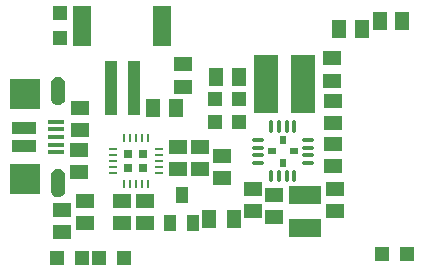
<source format=gbr>
G04 EAGLE Gerber RS-274X export*
G75*
%MOMM*%
%FSLAX34Y34*%
%LPD*%
%INSolderpaste Top*%
%IPPOS*%
%AMOC8*
5,1,8,0,0,1.08239X$1,22.5*%
G01*
%ADD10C,0.350000*%
%ADD11R,0.600000X0.700000*%
%ADD12R,0.700000X0.600000*%
%ADD13R,2.000000X5.000000*%
%ADD14R,1.300000X1.500000*%
%ADD15R,1.000000X4.600000*%
%ADD16R,1.600000X3.400000*%
%ADD17R,1.500000X1.300000*%
%ADD18R,1.200000X1.200000*%
%ADD19R,1.200000X1.500000*%
%ADD20R,1.200000X1.300000*%
%ADD21R,1.000000X1.400000*%
%ADD22R,2.700000X1.600000*%
%ADD23R,1.350000X0.400000*%
%ADD24R,2.000000X1.000000*%
%ADD25R,2.500000X2.500000*%
%ADD26R,0.280000X0.730000*%
%ADD27R,0.730000X0.280000*%
%ADD28R,0.750000X0.750000*%

G36*
X52278Y141173D02*
X52278Y141173D01*
X53552Y141373D01*
X53599Y141390D01*
X53689Y141411D01*
X54885Y141889D01*
X54928Y141916D01*
X55011Y141956D01*
X56071Y142688D01*
X56107Y142724D01*
X56178Y142782D01*
X57049Y143732D01*
X57076Y143774D01*
X57133Y143847D01*
X57770Y144967D01*
X57787Y145014D01*
X57826Y145097D01*
X58199Y146331D01*
X58204Y146381D01*
X58224Y146471D01*
X58313Y147756D01*
X58311Y147776D01*
X58314Y147800D01*
X58314Y158800D01*
X58312Y158815D01*
X58313Y158835D01*
X58252Y159961D01*
X58241Y160008D01*
X58233Y160084D01*
X57952Y161177D01*
X57932Y161221D01*
X57910Y161294D01*
X57422Y162311D01*
X57394Y162350D01*
X57357Y162417D01*
X56680Y163320D01*
X56645Y163353D01*
X56596Y163411D01*
X55756Y164164D01*
X55715Y164190D01*
X55655Y164238D01*
X54684Y164812D01*
X54639Y164829D01*
X54572Y164865D01*
X53507Y165239D01*
X53460Y165247D01*
X53387Y165269D01*
X52270Y165428D01*
X52242Y165427D01*
X52090Y165428D01*
X50974Y165269D01*
X50928Y165254D01*
X50853Y165239D01*
X49788Y164865D01*
X49746Y164841D01*
X49676Y164812D01*
X48705Y164238D01*
X48668Y164206D01*
X48604Y164164D01*
X47764Y163411D01*
X47735Y163374D01*
X47680Y163320D01*
X47003Y162417D01*
X46981Y162374D01*
X46938Y162311D01*
X46450Y161294D01*
X46437Y161247D01*
X46408Y161177D01*
X46127Y160084D01*
X46124Y160036D01*
X46108Y159961D01*
X46047Y158835D01*
X46049Y158819D01*
X46046Y158800D01*
X46046Y147800D01*
X46049Y147785D01*
X46047Y147765D01*
X46108Y146639D01*
X46120Y146592D01*
X46127Y146516D01*
X46408Y145423D01*
X46428Y145379D01*
X46450Y145306D01*
X46938Y144289D01*
X46967Y144250D01*
X47003Y144183D01*
X47680Y143280D01*
X47715Y143247D01*
X47764Y143189D01*
X48604Y142436D01*
X48645Y142410D01*
X48705Y142362D01*
X49676Y141788D01*
X49721Y141771D01*
X49788Y141735D01*
X50853Y141361D01*
X50900Y141353D01*
X50974Y141331D01*
X52090Y141172D01*
X52091Y141172D01*
X52278Y141173D01*
G37*
G36*
X52278Y63173D02*
X52278Y63173D01*
X53552Y63373D01*
X53599Y63390D01*
X53689Y63411D01*
X54885Y63889D01*
X54928Y63916D01*
X55011Y63956D01*
X56071Y64688D01*
X56107Y64724D01*
X56178Y64782D01*
X57049Y65732D01*
X57076Y65774D01*
X57133Y65847D01*
X57770Y66967D01*
X57787Y67014D01*
X57826Y67097D01*
X58199Y68331D01*
X58204Y68381D01*
X58224Y68471D01*
X58313Y69756D01*
X58311Y69776D01*
X58314Y69800D01*
X58314Y80800D01*
X58312Y80815D01*
X58313Y80835D01*
X58252Y81961D01*
X58241Y82008D01*
X58233Y82084D01*
X57952Y83177D01*
X57932Y83221D01*
X57910Y83294D01*
X57422Y84311D01*
X57394Y84350D01*
X57357Y84417D01*
X56680Y85320D01*
X56645Y85353D01*
X56596Y85411D01*
X55756Y86164D01*
X55715Y86190D01*
X55655Y86238D01*
X54684Y86812D01*
X54639Y86829D01*
X54572Y86865D01*
X53507Y87239D01*
X53460Y87247D01*
X53387Y87269D01*
X52270Y87428D01*
X52242Y87427D01*
X52090Y87428D01*
X50974Y87269D01*
X50928Y87254D01*
X50853Y87239D01*
X49788Y86865D01*
X49746Y86841D01*
X49676Y86812D01*
X48705Y86238D01*
X48668Y86206D01*
X48604Y86164D01*
X47764Y85411D01*
X47735Y85374D01*
X47680Y85320D01*
X47003Y84417D01*
X46981Y84374D01*
X46938Y84311D01*
X46450Y83294D01*
X46437Y83247D01*
X46408Y83177D01*
X46127Y82084D01*
X46124Y82036D01*
X46108Y81961D01*
X46047Y80835D01*
X46049Y80819D01*
X46046Y80800D01*
X46046Y69800D01*
X46049Y69785D01*
X46047Y69765D01*
X46108Y68639D01*
X46120Y68592D01*
X46127Y68516D01*
X46408Y67423D01*
X46428Y67379D01*
X46450Y67306D01*
X46938Y66289D01*
X46967Y66250D01*
X47003Y66183D01*
X47680Y65280D01*
X47715Y65247D01*
X47764Y65189D01*
X48604Y64436D01*
X48645Y64410D01*
X48705Y64362D01*
X49676Y63788D01*
X49721Y63771D01*
X49788Y63735D01*
X50853Y63361D01*
X50900Y63353D01*
X50974Y63331D01*
X52090Y63172D01*
X52091Y63172D01*
X52278Y63173D01*
G37*
D10*
X267210Y92310D02*
X260210Y92310D01*
X260210Y98810D02*
X267210Y98810D01*
X267210Y105310D02*
X260210Y105310D01*
X260210Y111810D02*
X267210Y111810D01*
X252460Y119560D02*
X252460Y126560D01*
X245960Y126560D02*
X245960Y119560D01*
X239460Y119560D02*
X239460Y126560D01*
X232960Y126560D02*
X232960Y119560D01*
X225210Y111810D02*
X218210Y111810D01*
X218210Y105310D02*
X225210Y105310D01*
X225210Y98810D02*
X218210Y98810D01*
X218210Y92310D02*
X225210Y92310D01*
X232960Y84560D02*
X232960Y77560D01*
X239460Y77560D02*
X239460Y84560D01*
X245960Y84560D02*
X245960Y77560D01*
X252460Y77560D02*
X252460Y84560D01*
D11*
X242710Y92560D03*
X242710Y111560D03*
D12*
X252210Y102060D03*
X233210Y102060D03*
D13*
X228020Y159040D03*
X260020Y159040D03*
D14*
X205080Y165100D03*
X186080Y165100D03*
D15*
X96680Y156040D03*
X116680Y156040D03*
D16*
X72680Y208040D03*
X140680Y208040D03*
D17*
X284480Y180950D03*
X284480Y161950D03*
X284980Y108570D03*
X284980Y89570D03*
X284800Y125730D03*
X284800Y144730D03*
D14*
X309220Y205740D03*
X290220Y205740D03*
X324510Y212090D03*
X343510Y212090D03*
D18*
X54290Y219110D03*
X54290Y198110D03*
D17*
X158430Y175730D03*
X158430Y156730D03*
D18*
X347730Y15560D03*
X326730Y15560D03*
D17*
X287020Y70460D03*
X287020Y51460D03*
X191440Y79390D03*
X191440Y98390D03*
D19*
X180000Y44450D03*
X201000Y44450D03*
D17*
X234950Y65380D03*
X234950Y46380D03*
X217170Y51460D03*
X217170Y70460D03*
D20*
X185420Y127000D03*
X205740Y127000D03*
X205740Y146050D03*
X185420Y146050D03*
D21*
X156972Y65340D03*
X166472Y41340D03*
X147472Y41340D03*
D22*
X261620Y64800D03*
X261620Y36800D03*
D17*
X153670Y106020D03*
X153670Y87020D03*
X172720Y106020D03*
X172720Y87020D03*
D18*
X51730Y11430D03*
X72730Y11430D03*
X108290Y11430D03*
X87290Y11430D03*
D17*
X74930Y60300D03*
X74930Y41300D03*
X55880Y52680D03*
X55880Y33680D03*
D14*
X132740Y138430D03*
X151740Y138430D03*
D17*
X71120Y120040D03*
X71120Y139040D03*
X125730Y41300D03*
X125730Y60300D03*
X106680Y41300D03*
X106680Y60300D03*
D23*
X50930Y127300D03*
X50930Y120800D03*
X50930Y114300D03*
X50930Y107800D03*
X50930Y101300D03*
D24*
X23180Y121800D03*
X23180Y106800D03*
D25*
X24180Y150300D03*
X24180Y78300D03*
D17*
X69850Y84480D03*
X69850Y103480D03*
D26*
X128110Y113630D03*
X123110Y113630D03*
X118110Y113630D03*
X113110Y113630D03*
X108110Y113630D03*
D27*
X98460Y103980D03*
X98460Y98980D03*
X98460Y93980D03*
X98460Y88980D03*
X98460Y83980D03*
D26*
X108110Y74330D03*
X113110Y74330D03*
X118110Y74330D03*
X123110Y74330D03*
X128110Y74330D03*
D27*
X137760Y83980D03*
X137760Y88980D03*
X137760Y93980D03*
X137760Y98980D03*
X137760Y103980D03*
D28*
X124360Y100230D03*
X124360Y87730D03*
X111860Y100230D03*
X111860Y87730D03*
M02*

</source>
